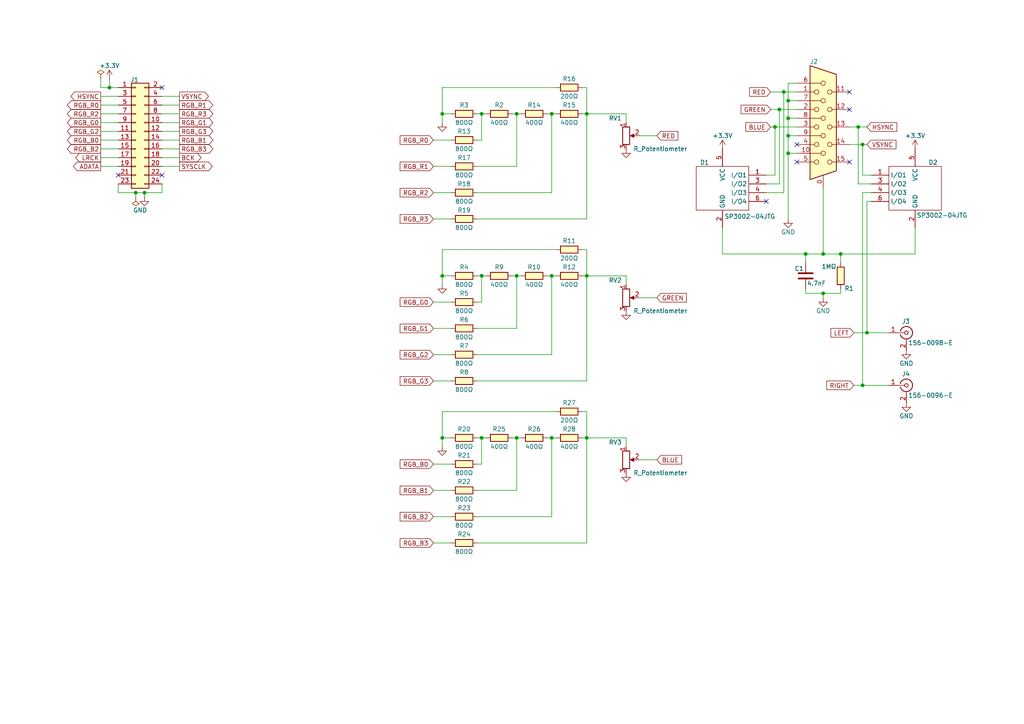
<source format=kicad_sch>
(kicad_sch (version 20231120) (generator "eeschema") (generator_version "8.0")
  (paper "A4")
  (lib_symbols
    (symbol "Connector:Conn_Coaxial" (pin_names (offset 1.016) hide)
      (property "Reference" "J" (at 0.254 3.048 0))
      (property "Value" "Conn_Coaxial" (at 2.921 0 90))
      (symbol "Conn_Coaxial_0_1"
        (arc (start -1.778 -0.508) (mid 0.2311 -1.8066) (end 1.778 0) (stroke (width 0.254)))
        (polyline (pts (xy -2.54 0) (xy -0.508 0)))
        (polyline (pts (xy 0 -2.54) (xy 0 -1.778)))
        (circle (center 0 0) (radius 0.508) (stroke (width 0.2032)))
        (arc (start 1.778 0) (mid 0.2099 1.8101) (end -1.778 0.508) (stroke (width 0.254)))
      )
      (symbol "Conn_Coaxial_1_1"
        (pin passive line (at -5.08 0 0) (length 2.54) (name "In") (number "1"))
        (pin passive line (at 0 -5.08 90) (length 2.54) (name "Ext") (number "2"))
      )
    )
    (symbol "Connector:DE15_Receptacle_HighDensity_MountingHoles" (pin_names (offset 1.016) hide)
      (property "Reference" "J" (at 0 21.59 0))
      (property "Value" "DE15_Receptacle_HighDensity_MountingHoles" (at 0 19.05 0))
      (symbol "DE15_Receptacle_HighDensity_MountingHoles_0_1"
        (circle (center -1.905 -10.16) (radius 0.635))
        (circle (center -1.905 -5.08) (radius 0.635))
        (circle (center -1.905 0) (radius 0.635))
        (circle (center -1.905 5.08) (radius 0.635))
        (circle (center -1.905 10.16) (radius 0.635))
        (circle (center 0 -7.62) (radius 0.635))
        (circle (center 0 -2.54) (radius 0.635))
        (polyline (pts (xy -3.175 7.62) (xy -0.635 7.62)))
        (polyline (pts (xy -0.635 -7.62) (xy -3.175 -7.62)))
        (polyline (pts (xy -0.635 -2.54) (xy -3.175 -2.54)))
        (polyline (pts (xy -0.635 2.54) (xy -3.175 2.54)))
        (polyline (pts (xy -0.635 12.7) (xy -3.175 12.7)))
        (polyline (pts (xy -3.81 17.78) (xy -3.81 -15.24) (xy 3.81 -12.7) (xy 3.81 15.24) (xy -3.81 17.78)) (stroke (width 0.254)) (fill (type background)))
        (circle (center 0 2.54) (radius 0.635))
        (circle (center 0 7.62) (radius 0.635))
        (circle (center 0 12.7) (radius 0.635))
        (circle (center 1.905 -10.16) (radius 0.635))
        (circle (center 1.905 -5.08) (radius 0.635))
        (circle (center 1.905 0) (radius 0.635))
        (circle (center 1.905 5.08) (radius 0.635))
        (circle (center 1.905 10.16) (radius 0.635))
      )
      (symbol "DE15_Receptacle_HighDensity_MountingHoles_1_1"
        (pin passive line (at 0 -17.78 90) (length 3.81) (name "~") (number "0"))
        (pin passive line (at -7.62 10.16 0) (length 5.08) (name "~") (number "1"))
        (pin passive line (at -7.62 -7.62 0) (length 5.08) (name "~") (number "10"))
        (pin passive line (at 7.62 10.16 180) (length 5.08) (name "~") (number "11"))
        (pin passive line (at 7.62 5.08 180) (length 5.08) (name "~") (number "12"))
        (pin passive line (at 7.62 0 180) (length 5.08) (name "~") (number "13"))
        (pin passive line (at 7.62 -5.08 180) (length 5.08) (name "~") (number "14"))
        (pin passive line (at 7.62 -10.16 180) (length 5.08) (name "~") (number "15"))
        (pin passive line (at -7.62 5.08 0) (length 5.08) (name "~") (number "2"))
        (pin passive line (at -7.62 0 0) (length 5.08) (name "~") (number "3"))
        (pin passive line (at -7.62 -5.08 0) (length 5.08) (name "~") (number "4"))
        (pin passive line (at -7.62 -10.16 0) (length 5.08) (name "~") (number "5"))
        (pin passive line (at -7.62 12.7 0) (length 5.08) (name "~") (number "6"))
        (pin passive line (at -7.62 7.62 0) (length 5.08) (name "~") (number "7"))
        (pin passive line (at -7.62 2.54 0) (length 5.08) (name "~") (number "8"))
        (pin passive line (at -7.62 -2.54 0) (length 5.08) (name "~") (number "9"))
      )
    )
    (symbol "Connector_Generic:Conn_02x12_Odd_Even" (pin_names (offset 1.016) hide)
      (property "Reference" "J" (at 1.27 15.24 0))
      (property "Value" "Conn_02x12_Odd_Even" (at 1.27 -17.78 0))
      (symbol "Conn_02x12_Odd_Even_1_1"
        (rectangle (start -1.27 -15.113) (end 0 -15.367) (stroke (width 0.1524)))
        (rectangle (start -1.27 -12.573) (end 0 -12.827) (stroke (width 0.1524)))
        (rectangle (start -1.27 -10.033) (end 0 -10.287) (stroke (width 0.1524)))
        (rectangle (start -1.27 -7.493) (end 0 -7.747) (stroke (width 0.1524)))
        (rectangle (start -1.27 -4.953) (end 0 -5.207) (stroke (width 0.1524)))
        (rectangle (start -1.27 -2.413) (end 0 -2.667) (stroke (width 0.1524)))
        (rectangle (start -1.27 0.127) (end 0 -0.127) (stroke (width 0.1524)))
        (rectangle (start -1.27 2.667) (end 0 2.413) (stroke (width 0.1524)))
        (rectangle (start -1.27 5.207) (end 0 4.953) (stroke (width 0.1524)))
        (rectangle (start -1.27 7.747) (end 0 7.493) (stroke (width 0.1524)))
        (rectangle (start -1.27 10.287) (end 0 10.033) (stroke (width 0.1524)))
        (rectangle (start -1.27 12.827) (end 0 12.573) (stroke (width 0.1524)))
        (rectangle (start -1.27 13.97) (end 3.81 -16.51) (stroke (width 0.254)) (fill (type background)))
        (rectangle (start 3.81 -15.113) (end 2.54 -15.367) (stroke (width 0.1524)))
        (rectangle (start 3.81 -12.573) (end 2.54 -12.827) (stroke (width 0.1524)))
        (rectangle (start 3.81 -10.033) (end 2.54 -10.287) (stroke (width 0.1524)))
        (rectangle (start 3.81 -7.493) (end 2.54 -7.747) (stroke (width 0.1524)))
        (rectangle (start 3.81 -4.953) (end 2.54 -5.207) (stroke (width 0.1524)))
        (rectangle (start 3.81 -2.413) (end 2.54 -2.667) (stroke (width 0.1524)))
        (rectangle (start 3.81 0.127) (end 2.54 -0.127) (stroke (width 0.1524)))
        (rectangle (start 3.81 2.667) (end 2.54 2.413) (stroke (width 0.1524)))
        (rectangle (start 3.81 5.207) (end 2.54 4.953) (stroke (width 0.1524)))
        (rectangle (start 3.81 7.747) (end 2.54 7.493) (stroke (width 0.1524)))
        (rectangle (start 3.81 10.287) (end 2.54 10.033) (stroke (width 0.1524)))
        (rectangle (start 3.81 12.827) (end 2.54 12.573) (stroke (width 0.1524)))
        (pin passive line (at -5.08 12.7 0) (length 3.81) (name "Pin_1") (number "1"))
        (pin passive line (at 7.62 2.54 180) (length 3.81) (name "Pin_10") (number "10"))
        (pin passive line (at -5.08 0 0) (length 3.81) (name "Pin_11") (number "11"))
        (pin passive line (at 7.62 0 180) (length 3.81) (name "Pin_12") (number "12"))
        (pin passive line (at -5.08 -2.54 0) (length 3.81) (name "Pin_13") (number "13"))
        (pin passive line (at 7.62 -2.54 180) (length 3.81) (name "Pin_14") (number "14"))
        (pin passive line (at -5.08 -5.08 0) (length 3.81) (name "Pin_15") (number "15"))
        (pin passive line (at 7.62 -5.08 180) (length 3.81) (name "Pin_16") (number "16"))
        (pin passive line (at -5.08 -7.62 0) (length 3.81) (name "Pin_17") (number "17"))
        (pin passive line (at 7.62 -7.62 180) (length 3.81) (name "Pin_18") (number "18"))
        (pin passive line (at -5.08 -10.16 0) (length 3.81) (name "Pin_19") (number "19"))
        (pin passive line (at 7.62 12.7 180) (length 3.81) (name "Pin_2") (number "2"))
        (pin passive line (at 7.62 -10.16 180) (length 3.81) (name "Pin_20") (number "20"))
        (pin passive line (at -5.08 -12.7 0) (length 3.81) (name "Pin_21") (number "21"))
        (pin passive line (at 7.62 -12.7 180) (length 3.81) (name "Pin_22") (number "22"))
        (pin passive line (at -5.08 -15.24 0) (length 3.81) (name "Pin_23") (number "23"))
        (pin passive line (at 7.62 -15.24 180) (length 3.81) (name "Pin_24") (number "24"))
        (pin passive line (at -5.08 10.16 0) (length 3.81) (name "Pin_3") (number "3"))
        (pin passive line (at 7.62 10.16 180) (length 3.81) (name "Pin_4") (number "4"))
        (pin passive line (at -5.08 7.62 0) (length 3.81) (name "Pin_5") (number "5"))
        (pin passive line (at 7.62 7.62 180) (length 3.81) (name "Pin_6") (number "6"))
        (pin passive line (at -5.08 5.08 0) (length 3.81) (name "Pin_7") (number "7"))
        (pin passive line (at 7.62 5.08 180) (length 3.81) (name "Pin_8") (number "8"))
        (pin passive line (at -5.08 2.54 0) (length 3.81) (name "Pin_9") (number "9"))
      )
    )
    (symbol "Device:C" (pin_numbers hide) (pin_names (offset 0.254))
      (property "Reference" "C" (at 0.635 2.54 0))
      (property "Value" "C" (at 0.635 -2.54 0))
      (symbol "C_0_1"
        (polyline (pts (xy -2.032 -0.762) (xy 2.032 -0.762)) (stroke (width 0.508)))
        (polyline (pts (xy -2.032 0.762) (xy 2.032 0.762)) (stroke (width 0.508)))
      )
      (symbol "C_1_1"
        (pin passive line (at 0 3.81 270) (length 2.794) (name "~") (number "1"))
        (pin passive line (at 0 -3.81 90) (length 2.794) (name "~") (number "2"))
      )
    )
    (symbol "Device:R" (pin_numbers hide) (pin_names (offset 0))
      (property "Reference" "R" (at 2.032 0 90))
      (property "Value" "R" (at 0 0 90))
      (symbol "R_1_1"
        (rectangle (start -1.016 2.54) (end 1.016 -2.54) (stroke (width 0.254)) (fill (type background)))
        (pin passive line (at 0 3.81 270) (length 1.27) (name "~") (number "1"))
        (pin passive line (at 0 -3.81 90) (length 1.27) (name "~") (number "2"))
      )
    )
    (symbol "Device:R_Potentiometer" (pin_names (offset 1.016) hide)
      (property "Reference" "RV" (at -4.445 0 90))
      (property "Value" "R_Potentiometer" (at -2.54 0 90))
      (symbol "R_Potentiometer_0_1"
        (polyline (pts (xy 2.54 0) (xy 1.524 0)))
        (polyline (pts (xy 1.143 0) (xy 2.286 0.508) (xy 2.286 -0.508) (xy 1.143 0)) (fill (type outline)))
        (rectangle (start 1.016 2.54) (end -1.016 -2.54) (stroke (width 0.254)))
      )
      (symbol "R_Potentiometer_1_1"
        (pin passive line (at 0 3.81 270) (length 1.27) (name "1") (number "1"))
        (pin passive line (at 3.81 0 180) (length 1.27) (name "2") (number "2"))
        (pin passive line (at 0 -3.81 90) (length 1.27) (name "3") (number "3"))
      )
    )
    (symbol "Sentinel 65X - Prototype 4 V2:SP3002-04JTG"
      (property "Reference" "D" (at 0.5281 0.7596 0))
      (property "Value" "SP3002-04JTG" (at 15.2292 -14.0415 0))
      (symbol "SP3002-04JTG_0_1"
        (rectangle (start 0 0) (end 15.24 -12.7))
      )
      (symbol "SP3002-04JTG_1_1"
        (pin passive line (at -5.08 -2.54 0) (length 5.08) (name "I/O1") (number "1"))
        (pin power_in line (at 7.62 -17.78 90) (length 5.08) (name "GND") (number "2"))
        (pin passive line (at -5.08 -5.08 0) (length 5.08) (name "I/O2") (number "3"))
        (pin passive line (at -5.08 -7.62 0) (length 5.08) (name "I/O3") (number "4"))
        (pin power_in line (at 7.62 5.08 270) (length 5.08) (name "VCC") (number "5"))
        (pin passive line (at -5.08 -10.16 0) (length 5.08) (name "I/O4") (number "6"))
      )
    )
    (symbol "power:+3.3V" (power) (pin_numbers hide) (pin_names (offset 0) hide)
      (property "Value" "+3.3V" (at 0 3.556 0))
      (symbol "+3.3V_0_1"
        (polyline (pts (xy -0.762 1.27) (xy 0 2.54)))
        (polyline (pts (xy 0 0) (xy 0 2.54)))
        (polyline (pts (xy 0 2.54) (xy 0.762 1.27)))
      )
      (symbol "+3.3V_1_1"
        (pin power_in line (at 0 0 90) (length 0) (name "~") (number "1"))
      )
    )
    (symbol "power:GND" (power) (pin_numbers hide) (pin_names (offset 0) hide)
      (property "Value" "GND" (at 0 -3.81 0))
      (symbol "GND_0_1"
        (polyline (pts (xy 0 0) (xy 0 -1.27) (xy 1.27 -1.27) (xy 0 -2.54) (xy -1.27 -1.27) (xy 0 -1.27)))
      )
      (symbol "GND_1_1"
        (pin power_in line (at 0 0 270) (length 0) (name "~") (number "1"))
      )
    )
    (symbol "power:PWR_FLAG" (power) (pin_numbers hide) (pin_names (offset 0) hide)
      (property "Value" "PWR_FLAG" (at 0 3.81 0))
      (symbol "PWR_FLAG_0_0"
        (pin power_out line (at 0 0 90) (length 0) (name "~") (number "1"))
      )
      (symbol "PWR_FLAG_1_1"
        (polyline (pts (xy 0 0) (xy 0 1.27) (xy -1.016 1.905) (xy 0 2.54) (xy 1.016 1.905) (xy 0 1.27)) (fill (type background)))
      )
    )
  )
  (junction (at 228.6 44.45))
  (junction (at 248.92 36.83))
  (junction (at 233.68 73.66))
  (junction (at 224.79 36.83))
  (junction (at 128.27 33.02))
  (junction (at 39.37 55.88))
  (junction (at 31.75 25.4))
  (junction (at 238.76 73.66))
  (junction (at 243.84 73.66))
  (junction (at 250.19 41.91))
  (junction (at 160.02 127))
  (junction (at 228.6 29.21))
  (junction (at 170.18 80.01))
  (junction (at 149.86 80.01))
  (junction (at 128.27 127))
  (junction (at 250.19 111.76))
  (junction (at 139.7 127))
  (junction (at 160.02 33.02))
  (junction (at 238.76 85.09))
  (junction (at 170.18 33.02))
  (junction (at 170.18 127))
  (junction (at 227.33 26.67))
  (junction (at 228.6 34.29))
  (junction (at 149.86 33.02))
  (junction (at 139.7 80.01))
  (junction (at 128.27 80.01))
  (junction (at 251.46 96.52))
  (junction (at 41.91 55.88))
  (junction (at 139.7 33.02))
  (junction (at 149.86 127))
  (junction (at 228.6 39.37))
  (junction (at 226.06 31.75))
  (junction (at 160.02 80.01))
  (no_connect (at 231.14 46.99))
  (no_connect (at 34.29 50.8))
  (no_connect (at 246.38 46.99))
  (no_connect (at 46.99 50.8))
  (no_connect (at 222.25 58.42))
  (no_connect (at 246.38 26.67))
  (no_connect (at 246.38 31.75))
  (no_connect (at 46.99 25.4))
  (no_connect (at 231.14 41.91))
  (wire (pts (xy 190.5 86.36) (xy 185.42 86.36)))
  (wire (pts (xy 160.02 80.01) (xy 158.75 80.01)))
  (wire (pts (xy 139.7 127) (xy 138.43 127)))
  (wire (pts (xy 238.76 85.09) (xy 243.84 85.09)))
  (wire (pts (xy 125.73 40.64) (xy 130.81 40.64)))
  (wire (pts (xy 29.21 33.02) (xy 34.29 33.02)))
  (wire (pts (xy 251.46 58.42) (xy 251.46 96.52)))
  (wire (pts (xy 170.18 25.4) (xy 170.18 33.02)))
  (wire (pts (xy 125.73 55.88) (xy 130.81 55.88)))
  (wire (pts (xy 222.25 55.88) (xy 227.33 55.88)))
  (wire (pts (xy 138.43 48.26) (xy 149.86 48.26)))
  (wire (pts (xy 125.73 102.87) (xy 130.81 102.87)))
  (wire (pts (xy 128.27 72.39) (xy 128.27 80.01)))
  (wire (pts (xy 168.91 33.02) (xy 170.18 33.02)))
  (wire (pts (xy 160.02 33.02) (xy 158.75 33.02)))
  (wire (pts (xy 226.06 31.75) (xy 226.06 53.34)))
  (wire (pts (xy 248.92 36.83) (xy 246.38 36.83)))
  (wire (pts (xy 138.43 95.25) (xy 149.86 95.25)))
  (wire (pts (xy 138.43 142.24) (xy 149.86 142.24)))
  (wire (pts (xy 209.55 66.04) (xy 209.55 73.66)))
  (wire (pts (xy 39.37 55.88) (xy 41.91 55.88)))
  (wire (pts (xy 181.61 80.01) (xy 181.61 82.55)))
  (wire (pts (xy 128.27 33.02) (xy 128.27 35.56)))
  (wire (pts (xy 125.73 110.49) (xy 130.81 110.49)))
  (wire (pts (xy 243.84 85.09) (xy 243.84 83.82)))
  (wire (pts (xy 128.27 127) (xy 130.81 127)))
  (wire (pts (xy 168.91 127) (xy 170.18 127)))
  (wire (pts (xy 251.46 96.52) (xy 257.81 96.52)))
  (wire (pts (xy 233.68 85.09) (xy 233.68 83.82)))
  (wire (pts (xy 138.43 87.63) (xy 139.7 87.63)))
  (wire (pts (xy 128.27 72.39) (xy 161.29 72.39)))
  (wire (pts (xy 128.27 119.38) (xy 161.29 119.38)))
  (wire (pts (xy 138.43 40.64) (xy 139.7 40.64)))
  (wire (pts (xy 46.99 48.26) (xy 52.07 48.26)))
  (wire (pts (xy 128.27 25.4) (xy 128.27 33.02)))
  (wire (pts (xy 46.99 45.72) (xy 52.07 45.72)))
  (wire (pts (xy 226.06 31.75) (xy 231.14 31.75)))
  (wire (pts (xy 46.99 30.48) (xy 52.07 30.48)))
  (wire (pts (xy 46.99 43.18) (xy 52.07 43.18)))
  (wire (pts (xy 125.73 87.63) (xy 130.81 87.63)))
  (wire (pts (xy 29.21 38.1) (xy 34.29 38.1)))
  (wire (pts (xy 227.33 26.67) (xy 227.33 55.88)))
  (wire (pts (xy 170.18 127) (xy 181.61 127)))
  (wire (pts (xy 128.27 80.01) (xy 128.27 82.55)))
  (wire (pts (xy 139.7 80.01) (xy 139.7 87.63)))
  (wire (pts (xy 41.91 57.15) (xy 41.91 55.88)))
  (wire (pts (xy 138.43 110.49) (xy 170.18 110.49)))
  (wire (pts (xy 125.73 142.24) (xy 130.81 142.24)))
  (wire (pts (xy 168.91 72.39) (xy 170.18 72.39)))
  (wire (pts (xy 250.19 50.8) (xy 252.73 50.8)))
  (wire (pts (xy 247.65 111.76) (xy 250.19 111.76)))
  (wire (pts (xy 223.52 26.67) (xy 227.33 26.67)))
  (wire (pts (xy 170.18 80.01) (xy 170.18 110.49)))
  (wire (pts (xy 228.6 34.29) (xy 228.6 39.37)))
  (wire (pts (xy 139.7 33.02) (xy 139.7 40.64)))
  (wire (pts (xy 228.6 24.13) (xy 228.6 29.21)))
  (wire (pts (xy 149.86 127) (xy 149.86 142.24)))
  (wire (pts (xy 41.91 55.88) (xy 46.99 55.88)))
  (wire (pts (xy 250.19 55.88) (xy 250.19 111.76)))
  (wire (pts (xy 148.59 127) (xy 149.86 127)))
  (wire (pts (xy 233.68 73.66) (xy 233.68 76.2)))
  (wire (pts (xy 170.18 127) (xy 170.18 157.48)))
  (wire (pts (xy 29.21 45.72) (xy 34.29 45.72)))
  (wire (pts (xy 250.19 111.76) (xy 257.81 111.76)))
  (wire (pts (xy 125.73 149.86) (xy 130.81 149.86)))
  (wire (pts (xy 138.43 55.88) (xy 160.02 55.88)))
  (wire (pts (xy 233.68 73.66) (xy 238.76 73.66)))
  (wire (pts (xy 29.21 48.26) (xy 34.29 48.26)))
  (wire (pts (xy 128.27 80.01) (xy 130.81 80.01)))
  (wire (pts (xy 190.5 133.35) (xy 185.42 133.35)))
  (wire (pts (xy 148.59 80.01) (xy 149.86 80.01)))
  (wire (pts (xy 248.92 53.34) (xy 252.73 53.34)))
  (wire (pts (xy 34.29 55.88) (xy 39.37 55.88)))
  (wire (pts (xy 222.25 53.34) (xy 226.06 53.34)))
  (wire (pts (xy 138.43 149.86) (xy 160.02 149.86)))
  (wire (pts (xy 39.37 55.88) (xy 39.37 57.15)))
  (wire (pts (xy 138.43 63.5) (xy 170.18 63.5)))
  (wire (pts (xy 228.6 39.37) (xy 231.14 39.37)))
  (wire (pts (xy 250.19 41.91) (xy 246.38 41.91)))
  (wire (pts (xy 161.29 80.01) (xy 160.02 80.01)))
  (wire (pts (xy 248.92 36.83) (xy 248.92 53.34)))
  (wire (pts (xy 29.21 40.64) (xy 34.29 40.64)))
  (wire (pts (xy 140.97 80.01) (xy 139.7 80.01)))
  (wire (pts (xy 238.76 54.61) (xy 238.76 73.66)))
  (wire (pts (xy 46.99 33.02) (xy 52.07 33.02)))
  (wire (pts (xy 149.86 33.02) (xy 149.86 48.26)))
  (wire (pts (xy 29.21 22.86) (xy 29.21 25.4)))
  (wire (pts (xy 170.18 119.38) (xy 170.18 127)))
  (wire (pts (xy 181.61 127) (xy 181.61 129.54)))
  (wire (pts (xy 139.7 80.01) (xy 138.43 80.01)))
  (wire (pts (xy 29.21 35.56) (xy 34.29 35.56)))
  (wire (pts (xy 160.02 33.02) (xy 160.02 55.88)))
  (wire (pts (xy 228.6 39.37) (xy 228.6 44.45)))
  (wire (pts (xy 238.76 85.09) (xy 238.76 86.36)))
  (wire (pts (xy 125.73 63.5) (xy 130.81 63.5)))
  (wire (pts (xy 228.6 44.45) (xy 231.14 44.45)))
  (wire (pts (xy 168.91 119.38) (xy 170.18 119.38)))
  (wire (pts (xy 160.02 127) (xy 160.02 149.86)))
  (wire (pts (xy 149.86 80.01) (xy 149.86 95.25)))
  (wire (pts (xy 29.21 43.18) (xy 34.29 43.18)))
  (wire (pts (xy 170.18 33.02) (xy 170.18 63.5)))
  (wire (pts (xy 170.18 80.01) (xy 181.61 80.01)))
  (wire (pts (xy 250.19 41.91) (xy 250.19 50.8)))
  (wire (pts (xy 140.97 127) (xy 139.7 127)))
  (wire (pts (xy 139.7 127) (xy 139.7 134.62)))
  (wire (pts (xy 128.27 25.4) (xy 161.29 25.4)))
  (wire (pts (xy 160.02 127) (xy 158.75 127)))
  (wire (pts (xy 138.43 157.48) (xy 170.18 157.48)))
  (wire (pts (xy 251.46 36.83) (xy 248.92 36.83)))
  (wire (pts (xy 265.43 66.04) (xy 265.43 73.66)))
  (wire (pts (xy 243.84 73.66) (xy 243.84 76.2)))
  (wire (pts (xy 181.61 33.02) (xy 181.61 35.56)))
  (wire (pts (xy 228.6 44.45) (xy 228.6 63.5)))
  (wire (pts (xy 149.86 127) (xy 151.13 127)))
  (wire (pts (xy 128.27 33.02) (xy 130.81 33.02)))
  (wire (pts (xy 238.76 73.66) (xy 243.84 73.66)))
  (wire (pts (xy 46.99 53.34) (xy 46.99 55.88)))
  (wire (pts (xy 160.02 80.01) (xy 160.02 102.87)))
  (wire (pts (xy 161.29 33.02) (xy 160.02 33.02)))
  (wire (pts (xy 222.25 50.8) (xy 224.79 50.8)))
  (wire (pts (xy 250.19 55.88) (xy 252.73 55.88)))
  (wire (pts (xy 227.33 26.67) (xy 231.14 26.67)))
  (wire (pts (xy 223.52 36.83) (xy 224.79 36.83)))
  (wire (pts (xy 209.55 73.66) (xy 233.68 73.66)))
  (wire (pts (xy 243.84 73.66) (xy 265.43 73.66)))
  (wire (pts (xy 228.6 29.21) (xy 231.14 29.21)))
  (wire (pts (xy 190.5 39.37) (xy 185.42 39.37)))
  (wire (pts (xy 125.73 48.26) (xy 130.81 48.26)))
  (wire (pts (xy 29.21 27.94) (xy 34.29 27.94)))
  (wire (pts (xy 125.73 95.25) (xy 130.81 95.25)))
  (wire (pts (xy 46.99 27.94) (xy 52.07 27.94)))
  (wire (pts (xy 46.99 38.1) (xy 52.07 38.1)))
  (wire (pts (xy 125.73 157.48) (xy 130.81 157.48)))
  (wire (pts (xy 128.27 127) (xy 128.27 129.54)))
  (wire (pts (xy 31.75 25.4) (xy 34.29 25.4)))
  (wire (pts (xy 29.21 25.4) (xy 31.75 25.4)))
  (wire (pts (xy 224.79 36.83) (xy 231.14 36.83)))
  (wire (pts (xy 139.7 33.02) (xy 138.43 33.02)))
  (wire (pts (xy 223.52 31.75) (xy 226.06 31.75)))
  (wire (pts (xy 125.73 134.62) (xy 130.81 134.62)))
  (wire (pts (xy 140.97 33.02) (xy 139.7 33.02)))
  (wire (pts (xy 29.21 30.48) (xy 34.29 30.48)))
  (wire (pts (xy 251.46 41.91) (xy 250.19 41.91)))
  (wire (pts (xy 168.91 80.01) (xy 170.18 80.01)))
  (wire (pts (xy 128.27 119.38) (xy 128.27 127)))
  (wire (pts (xy 251.46 58.42) (xy 252.73 58.42)))
  (wire (pts (xy 148.59 33.02) (xy 149.86 33.02)))
  (wire (pts (xy 34.29 53.34) (xy 34.29 55.88)))
  (wire (pts (xy 138.43 134.62) (xy 139.7 134.62)))
  (wire (pts (xy 228.6 34.29) (xy 231.14 34.29)))
  (wire (pts (xy 149.86 80.01) (xy 151.13 80.01)))
  (wire (pts (xy 149.86 33.02) (xy 151.13 33.02)))
  (wire (pts (xy 46.99 40.64) (xy 52.07 40.64)))
  (wire (pts (xy 228.6 24.13) (xy 231.14 24.13)))
  (wire (pts (xy 168.91 25.4) (xy 170.18 25.4)))
  (wire (pts (xy 170.18 33.02) (xy 181.61 33.02)))
  (wire (pts (xy 247.65 96.52) (xy 251.46 96.52)))
  (wire (pts (xy 31.75 22.86) (xy 31.75 25.4)))
  (wire (pts (xy 224.79 36.83) (xy 224.79 50.8)))
  (wire (pts (xy 170.18 72.39) (xy 170.18 80.01)))
  (wire (pts (xy 161.29 127) (xy 160.02 127)))
  (wire (pts (xy 228.6 29.21) (xy 228.6 34.29)))
  (wire (pts (xy 233.68 85.09) (xy 238.76 85.09)))
  (wire (pts (xy 138.43 102.87) (xy 160.02 102.87)))
  (wire (pts (xy 46.99 35.56) (xy 52.07 35.56)))
  (global_label "HSYNC" (shape input) (at 251.46 36.83 0) (property "Intersheetrefs" "${INTERSHEET_REFS}" (effects (hide yes))))
  (global_label "RGB_B1" (shape input) (at 125.73 142.24 180) (property "Intersheetrefs" "${INTERSHEET_REFS}" (effects (hide yes))))
  (global_label "RGB_G0" (shape output) (at 29.21 35.56 180) (property "Intersheetrefs" "${INTERSHEET_REFS}" (effects (hide yes))))
  (global_label "RGB_B0" (shape output) (at 29.21 40.64 180) (property "Intersheetrefs" "${INTERSHEET_REFS}" (effects (hide yes))))
  (global_label "RGB_G0" (shape input) (at 125.73 87.63 180) (property "Intersheetrefs" "${INTERSHEET_REFS}" (effects (hide yes))))
  (global_label "RGB_R3" (shape output) (at 52.07 33.02 0) (property "Intersheetrefs" "${INTERSHEET_REFS}" (effects (hide yes))))
  (global_label "RGB_G2" (shape output) (at 29.21 38.1 180) (property "Intersheetrefs" "${INTERSHEET_REFS}" (effects (hide yes))))
  (global_label "SYSCLK" (shape output) (at 52.07 48.26 0) (property "Intersheetrefs" "${INTERSHEET_REFS}" (effects (hide yes))))
  (global_label "RED" (shape input) (at 223.52 26.67 180) (property "Intersheetrefs" "${INTERSHEET_REFS}" (effects (hide yes))))
  (global_label "RED" (shape input) (at 190.5 39.37 0) (property "Intersheetrefs" "${INTERSHEET_REFS}" (effects (hide yes))))
  (global_label "BLUE" (shape input) (at 190.5 133.35 0) (property "Intersheetrefs" "${INTERSHEET_REFS}" (effects (hide yes))))
  (global_label "RGB_B1" (shape output) (at 52.07 40.64 0) (property "Intersheetrefs" "${INTERSHEET_REFS}" (effects (hide yes))))
  (global_label "RGB_R0" (shape output) (at 29.21 30.48 180) (property "Intersheetrefs" "${INTERSHEET_REFS}" (effects (hide yes))))
  (global_label "BLUE" (shape input) (at 223.52 36.83 180) (property "Intersheetrefs" "${INTERSHEET_REFS}" (effects (hide yes))))
  (global_label "ADATA" (shape output) (at 29.21 48.26 180) (property "Intersheetrefs" "${INTERSHEET_REFS}" (effects (hide yes))))
  (global_label "RGB_R2" (shape output) (at 29.21 33.02 180) (property "Intersheetrefs" "${INTERSHEET_REFS}" (effects (hide yes))))
  (global_label "BCK" (shape output) (at 52.07 45.72 0) (property "Intersheetrefs" "${INTERSHEET_REFS}" (effects (hide yes))))
  (global_label "LRCK" (shape output) (at 29.21 45.72 180) (property "Intersheetrefs" "${INTERSHEET_REFS}" (effects (hide yes))))
  (global_label "RGB_B0" (shape input) (at 125.73 134.62 180) (property "Intersheetrefs" "${INTERSHEET_REFS}" (effects (hide yes))))
  (global_label "VSYNC" (shape input) (at 251.46 41.91 0) (property "Intersheetrefs" "${INTERSHEET_REFS}" (effects (hide yes))))
  (global_label "RGB_G2" (shape input) (at 125.73 102.87 180) (property "Intersheetrefs" "${INTERSHEET_REFS}" (effects (hide yes))))
  (global_label "LEFT" (shape input) (at 247.65 96.52 180) (property "Intersheetrefs" "${INTERSHEET_REFS}" (effects (hide yes))))
  (global_label "RGB_B2" (shape output) (at 29.21 43.18 180) (property "Intersheetrefs" "${INTERSHEET_REFS}" (effects (hide yes))))
  (global_label "RGB_R2" (shape input) (at 125.73 55.88 180) (property "Intersheetrefs" "${INTERSHEET_REFS}" (effects (hide yes))))
  (global_label "RIGHT" (shape input) (at 247.65 111.76 180) (property "Intersheetrefs" "${INTERSHEET_REFS}" (effects (hide yes))))
  (global_label "GREEN" (shape input) (at 190.5 86.36 0) (property "Intersheetrefs" "${INTERSHEET_REFS}" (effects (hide yes))))
  (global_label "RGB_B3" (shape input) (at 125.73 157.48 180) (property "Intersheetrefs" "${INTERSHEET_REFS}" (effects (hide yes))))
  (global_label "RGB_B2" (shape input) (at 125.73 149.86 180) (property "Intersheetrefs" "${INTERSHEET_REFS}" (effects (hide yes))))
  (global_label "RGB_R1" (shape output) (at 52.07 30.48 0) (property "Intersheetrefs" "${INTERSHEET_REFS}" (effects (hide yes))))
  (global_label "RGB_R3" (shape input) (at 125.73 63.5 180) (property "Intersheetrefs" "${INTERSHEET_REFS}" (effects (hide yes))))
  (global_label "RGB_B3" (shape output) (at 52.07 43.18 0) (property "Intersheetrefs" "${INTERSHEET_REFS}" (effects (hide yes))))
  (global_label "GREEN" (shape input) (at 223.52 31.75 180) (property "Intersheetrefs" "${INTERSHEET_REFS}" (effects (hide yes))))
  (global_label "RGB_G1" (shape output) (at 52.07 35.56 0) (property "Intersheetrefs" "${INTERSHEET_REFS}" (effects (hide yes))))
  (global_label "HSYNC" (shape output) (at 29.21 27.94 180) (property "Intersheetrefs" "${INTERSHEET_REFS}" (effects (hide yes))))
  (global_label "RGB_R1" (shape input) (at 125.73 48.26 180) (property "Intersheetrefs" "${INTERSHEET_REFS}" (effects (hide yes))))
  (global_label "RGB_R0" (shape input) (at 125.73 40.64 180) (property "Intersheetrefs" "${INTERSHEET_REFS}" (effects (hide yes))))
  (global_label "RGB_G3" (shape input) (at 125.73 110.49 180) (property "Intersheetrefs" "${INTERSHEET_REFS}" (effects (hide yes))))
  (global_label "RGB_G1" (shape input) (at 125.73 95.25 180) (property "Intersheetrefs" "${INTERSHEET_REFS}" (effects (hide yes))))
  (global_label "RGB_G3" (shape output) (at 52.07 38.1 0) (property "Intersheetrefs" "${INTERSHEET_REFS}" (effects (hide yes))))
  (global_label "VSYNC" (shape output) (at 52.07 27.94 0) (property "Intersheetrefs" "${INTERSHEET_REFS}" (effects (hide yes))))
  (symbol (lib_id "Device:R_Potentiometer") (at 181.61 86.36 0) (unit 1)
    (property "Reference" "RV2" (at 180.34 81.2799 0) (effects (justify right)))
    (property "Value" "R_Potentiometer" (at 199.39 90.1699 0) (effects (justify right)))
    (property "Description" "Potentiometer" (effects (hide yes)))
  )
  (symbol (lib_id "power:+3.3V") (at 209.55 43.18 0) (unit 1)
    (property "Reference" "#PWR01" (effects (hide yes)))
    (property "Value" "+3.3V" (at 209.55 39.37 0))
    (property "Description" "Power symbol creates a global label with name \"+3.3V\"" (effects (hide yes)))
  )
  (symbol (lib_id "power:GND") (at 228.6 63.5 0) (unit 1)
    (property "Reference" "#PWR03" (effects (hide yes)))
    (property "Value" "GND" (at 228.6 67.31 0))
    (property "Description" "Power symbol creates a global label with name \"GND\" , ground" (effects (hide yes)))
  )
  (symbol (lib_id "power:GND") (at 41.91 57.15 0) (unit 1)
    (property "Reference" "#PWR07" (effects (hide yes)))
    (property "Value" "GND" (at 40.64 60.96 0))
    (property "Description" "Power symbol creates a global label with name \"GND\" , ground" (effects (hide yes)))
  )
  (symbol (lib_id "Connector:Conn_Coaxial") (at 262.89 111.76 0) (unit 1)
    (property "Reference" "J4" (at 261.5375 108.4615 0) (effects (justify left)))
    (property "Value" "156-0096-E" (at 263.4217 114.6806 0) (effects (justify left)))
    (property "Footprint" "SVGA & RCA Audio AV Board:Kobiconn 156-009X RCA Connector" (effects (hide yes)))
    (property "Datasheet" " ~" (effects (hide yes)))
    (property "Description" "coaxial connector (BNC, SMA, SMB, SMC, Cinch/RCA, LEMO, ...)" (effects (hide yes)))
    (property "Manufacturer" "Kobiconn" (effects (hide yes)))
    (property "Distributor" "Mouser" (effects (hide yes)))
    (property "Distributor Number" "156-0096-E " (effects (hide yes)))
  )
  (symbol (lib_id "Sentinel 65X - Prototype 4 V2:SP3002-04JTG") (at 257.81 48.26 0) (unit 1)
    (property "Reference" "D2" (at 269.2839 47.121 0) (effects (justify left)))
    (property "Value" "SP3002-04JTG" (at 265.8815 62.4622 0) (effects (justify left)))
    (property "Footprint" "Package_TO_SOT_SMD:SOT-363_SC-70-6" (effects (hide yes)))
    (property "Datasheet" "https://www.mouser.ca/datasheet/2/240/media-3322885.pdf" (effects (hide yes)))
    (property "Description" "Low Capacitance ESD Protection" (effects (hide yes)))
  )
  (symbol (lib_id "Device:R") (at 165.1 127 90) (unit 1)
    (property "Reference" "R28" (at 165.1 124.46 90))
    (property "Value" "400Ω" (at 165.1 129.54 90))
    (property "Footprint" "Resistor_SMD:R_0402_1005Metric" (effects (hide yes)))
    (property "Description" "Resistor" (effects (hide yes)))
  )
  (symbol (lib_id "Device:R") (at 154.94 80.01 90) (unit 1)
    (property "Reference" "R10" (at 154.94 77.47 90))
    (property "Value" "400Ω" (at 154.94 82.55 90))
    (property "Footprint" "Resistor_SMD:R_0402_1005Metric" (effects (hide yes)))
    (property "Description" "Resistor" (effects (hide yes)))
  )
  (symbol (lib_id "Device:R") (at 134.62 33.02 90) (unit 1)
    (property "Reference" "R3" (at 134.62 30.48 90))
    (property "Value" "800Ω" (at 134.62 35.56 90))
    (property "Footprint" "Resistor_SMD:R_0402_1005Metric" (effects (hide yes)))
    (property "Description" "Resistor" (effects (hide yes)))
  )
  (symbol (lib_id "Device:R") (at 134.62 40.64 90) (unit 1)
    (property "Reference" "R13" (at 134.62 38.1 90))
    (property "Value" "800Ω" (at 134.62 43.18 90))
    (property "Footprint" "Resistor_SMD:R_0402_1005Metric" (effects (hide yes)))
    (property "Description" "Resistor" (effects (hide yes)))
  )
  (symbol (lib_id "Connector:Conn_Coaxial") (at 262.89 96.52 0) (unit 1)
    (property "Reference" "J3" (at 261.5375 93.2215 0) (effects (justify left)))
    (property "Value" "156-0098-E" (at 263.4217 99.4406 0) (effects (justify left)))
    (property "Footprint" "SVGA & RCA Audio AV Board:Kobiconn 156-009X RCA Connector" (effects (hide yes)))
    (property "Datasheet" " ~" (effects (hide yes)))
    (property "Description" "coaxial connector (BNC, SMA, SMB, SMC, Cinch/RCA, LEMO, ...)" (effects (hide yes)))
    (property "Manufacturer" "Kobiconn" (effects (hide yes)))
    (property "Distributor" "Mouser" (effects (hide yes)))
    (property "Distributor Number" "156-0098-E" (effects (hide yes)))
  )
  (symbol (lib_id "Device:R") (at 134.62 142.24 90) (unit 1)
    (property "Reference" "R22" (at 134.62 139.7 90))
    (property "Value" "800Ω" (at 134.62 144.78 90))
    (property "Footprint" "Resistor_SMD:R_0402_1005Metric" (effects (hide yes)))
    (property "Description" "Resistor" (effects (hide yes)))
  )
  (symbol (lib_id "Device:R") (at 165.1 72.39 90) (unit 1)
    (property "Reference" "R11" (at 165.1 69.85 90))
    (property "Value" "200Ω" (at 165.1 74.93 90))
    (property "Footprint" "Resistor_SMD:R_0402_1005Metric" (effects (hide yes)))
    (property "Description" "Resistor" (effects (hide yes)))
  )
  (symbol (lib_id "Device:R") (at 134.62 80.01 90) (unit 1)
    (property "Reference" "R4" (at 134.62 77.47 90))
    (property "Value" "800Ω" (at 134.62 82.55 90))
    (property "Footprint" "Resistor_SMD:R_0402_1005Metric" (effects (hide yes)))
    (property "Description" "Resistor" (effects (hide yes)))
  )
  (symbol (lib_id "power:+3.3V") (at 265.43 43.18 0) (mirror y) (unit 1)
    (property "Reference" "#PWR05" (effects (hide yes)))
    (property "Value" "+3.3V" (at 265.43 39.37 0))
    (property "Description" "Power symbol creates a global label with name \"+3.3V\"" (effects (hide yes)))
  )
  (symbol (lib_id "Device:R") (at 134.62 127 90) (unit 1)
    (property "Reference" "R20" (at 134.62 124.46 90))
    (property "Value" "800Ω" (at 134.62 129.54 90))
    (property "Footprint" "Resistor_SMD:R_0402_1005Metric" (effects (hide yes)))
    (property "Description" "Resistor" (effects (hide yes)))
  )
  (symbol (lib_id "Device:R_Potentiometer") (at 181.61 133.35 0) (unit 1)
    (property "Reference" "RV3" (at 180.34 128.2699 0) (effects (justify right)))
    (property "Value" "R_Potentiometer" (at 199.39 137.1599 0) (effects (justify right)))
    (property "Description" "Potentiometer" (effects (hide yes)))
  )
  (symbol (lib_id "power:GND") (at 238.76 86.36 0) (unit 1)
    (property "Reference" "#PWR02" (effects (hide yes)))
    (property "Value" "GND" (at 238.76 90.17 0))
    (property "Description" "Power symbol creates a global label with name \"GND\" , ground" (effects (hide yes)))
  )
  (symbol (lib_id "Device:R") (at 144.78 80.01 90) (unit 1)
    (property "Reference" "R9" (at 144.78 77.47 90))
    (property "Value" "400Ω" (at 144.78 82.55 90))
    (property "Footprint" "Resistor_SMD:R_0402_1005Metric" (effects (hide yes)))
    (property "Description" "Resistor" (effects (hide yes)))
  )
  (symbol (lib_id "Device:R") (at 243.84 80.01 180) (unit 1)
    (property "Reference" "R1" (at 246.2761 83.6562 0))
    (property "Value" "1MΩ" (at 240.4337 77.314 0))
    (property "Footprint" "Resistor_SMD:R_0402_1005Metric" (effects (hide yes)))
    (property "Description" "Resistor" (effects (hide yes)))
  )
  (symbol (lib_id "Device:R") (at 134.62 95.25 90) (unit 1)
    (property "Reference" "R6" (at 134.62 92.71 90))
    (property "Value" "800Ω" (at 134.62 97.79 90))
    (property "Footprint" "Resistor_SMD:R_0402_1005Metric" (effects (hide yes)))
    (property "Description" "Resistor" (effects (hide yes)))
  )
  (symbol (lib_id "Device:R") (at 134.62 110.49 90) (unit 1)
    (property "Reference" "R8" (at 134.62 107.95 90))
    (property "Value" "800Ω" (at 134.62 113.03 90))
    (property "Footprint" "Resistor_SMD:R_0402_1005Metric" (effects (hide yes)))
    (property "Description" "Resistor" (effects (hide yes)))
  )
  (symbol (lib_id "power:PWR_FLAG") (at 39.37 57.15 180) (unit 1)
    (property "Reference" "#FLG02" (effects (hide yes)))
    (property "Value" "PWR_FLAG" (effects (hide yes)))
    (property "Description" "Special symbol for telling ERC where power comes from" (effects (hide yes)))
  )
  (symbol (lib_id "Device:R") (at 144.78 33.02 90) (unit 1)
    (property "Reference" "R2" (at 144.78 30.48 90))
    (property "Value" "400Ω" (at 144.78 35.56 90))
    (property "Footprint" "Resistor_SMD:R_0402_1005Metric" (effects (hide yes)))
    (property "Description" "Resistor" (effects (hide yes)))
  )
  (symbol (lib_id "Device:R") (at 165.1 80.01 90) (unit 1)
    (property "Reference" "R12" (at 165.1 77.47 90))
    (property "Value" "400Ω" (at 165.1 82.55 90))
    (property "Footprint" "Resistor_SMD:R_0402_1005Metric" (effects (hide yes)))
    (property "Description" "Resistor" (effects (hide yes)))
  )
  (symbol (lib_id "Device:R") (at 165.1 33.02 90) (unit 1)
    (property "Reference" "R15" (at 165.1 30.48 90))
    (property "Value" "400Ω" (at 165.1 35.56 90))
    (property "Footprint" "Resistor_SMD:R_0402_1005Metric" (effects (hide yes)))
    (property "Description" "Resistor" (effects (hide yes)))
  )
  (symbol (lib_id "Device:R") (at 134.62 102.87 90) (unit 1)
    (property "Reference" "R7" (at 134.62 100.33 90))
    (property "Value" "800Ω" (at 134.62 105.41 90))
    (property "Footprint" "Resistor_SMD:R_0402_1005Metric" (effects (hide yes)))
    (property "Description" "Resistor" (effects (hide yes)))
  )
  (symbol (lib_id "power:GND") (at 262.89 116.84 0) (unit 1)
    (property "Reference" "#PWR08" (effects (hide yes)))
    (property "Value" "GND" (at 262.89 120.65 0))
    (property "Description" "Power symbol creates a global label with name \"GND\" , ground" (effects (hide yes)))
  )
  (symbol (lib_id "Device:R") (at 134.62 134.62 90) (unit 1)
    (property "Reference" "R21" (at 134.62 132.08 90))
    (property "Value" "800Ω" (at 134.62 137.16 90))
    (property "Footprint" "Resistor_SMD:R_0402_1005Metric" (effects (hide yes)))
    (property "Description" "Resistor" (effects (hide yes)))
  )
  (symbol (lib_id "power:GND") (at 128.27 129.54 0) (unit 1)
    (property "Reference" "#PWR010" (effects (hide yes)))
    (property "Value" "GND" (effects (hide yes)))
    (property "Description" "Power symbol creates a global label with name \"GND\" , ground" (effects (hide yes)))
  )
  (symbol (lib_id "Connector:DE15_Receptacle_HighDensity_MountingHoles") (at 238.76 36.83 0) (unit 1)
    (property "Reference" "J2" (at 236.0653 17.8827 0))
    (property "Value" "DE15_Receptacle_HighDensity_MountingHoles" (effects (hide yes)))
    (property "Footprint" "Connector_Dsub:DSUB-15-HD_Female_Horizontal_P2.29x1.98mm_EdgePinOffset3.03mm_Housed_MountingHolesOffset4.94mm" (effects (hide yes)))
    (property "Datasheet" " ~" (effects (hide yes)))
    (property "Description" "15-pin female receptacle socket D-SUB connector, High density (3 columns), Triple Row, Generic, VGA-connector, Mounting Hole" (effects (hide yes)))
  )
  (symbol (lib_id "Device:C") (at 233.68 80.01 180) (unit 1)
    (property "Reference" "C1" (at 233.1393 77.9019 0) (effects (justify left)))
    (property "Value" "4.7nF" (at 239.5366 82.1981 0) (effects (justify left)))
    (property "Footprint" "Capacitor_SMD:C_0402_1005Metric" (effects (hide yes)))
    (property "Description" "Unpolarized capacitor" (effects (hide yes)))
  )
  (symbol (lib_id "Device:R_Potentiometer") (at 181.61 39.37 0) (unit 1)
    (property "Reference" "RV1" (at 180.34 34.2899 0) (effects (justify right)))
    (property "Value" "R_Potentiometer" (at 199.39 43.1799 0) (effects (justify right)))
    (property "Description" "Potentiometer" (effects (hide yes)))
  )
  (symbol (lib_id "Device:R") (at 134.62 63.5 90) (unit 1)
    (property "Reference" "R19" (at 134.62 60.96 90))
    (property "Value" "800Ω" (at 134.62 66.04 90))
    (property "Footprint" "Resistor_SMD:R_0402_1005Metric" (effects (hide yes)))
    (property "Description" "Resistor" (effects (hide yes)))
  )
  (symbol (lib_id "power:GND") (at 262.89 101.6 0) (unit 1)
    (property "Reference" "#PWR06" (effects (hide yes)))
    (property "Value" "GND" (at 262.89 105.41 0))
    (property "Description" "Power symbol creates a global label with name \"GND\" , ground" (effects (hide yes)))
  )
  (symbol (lib_id "Device:R") (at 134.62 149.86 90) (unit 1)
    (property "Reference" "R23" (at 134.62 147.32 90))
    (property "Value" "800Ω" (at 134.62 152.4 90))
    (property "Footprint" "Resistor_SMD:R_0402_1005Metric" (effects (hide yes)))
    (property "Description" "Resistor" (effects (hide yes)))
  )
  (symbol (lib_id "power:GND") (at 181.61 43.18 0) (unit 1)
    (property "Reference" "#PWR011" (effects (hide yes)))
    (property "Value" "GND" (effects (hide yes)))
    (property "Description" "Power symbol creates a global label with name \"GND\" , ground" (effects (hide yes)))
  )
  (symbol (lib_id "Device:R") (at 134.62 157.48 90) (unit 1)
    (property "Reference" "R24" (at 134.62 154.94 90))
    (property "Value" "800Ω" (at 134.62 160.02 90))
    (property "Footprint" "Resistor_SMD:R_0402_1005Metric" (effects (hide yes)))
    (property "Description" "Resistor" (effects (hide yes)))
  )
  (symbol (lib_id "power:GND") (at 128.27 82.55 0) (unit 1)
    (property "Reference" "#PWR09" (effects (hide yes)))
    (property "Value" "GND" (effects (hide yes)))
    (property "Description" "Power symbol creates a global label with name \"GND\" , ground" (effects (hide yes)))
  )
  (symbol (lib_id "Sentinel 65X - Prototype 4 V2:SP3002-04JTG") (at 217.17 48.26 0) (mirror y) (unit 1)
    (property "Reference" "D1" (at 205.6961 47.121 0) (effects (justify left)))
    (property "Value" "SP3002-04JTG" (at 224.8751 62.7877 0) (effects (justify left)))
    (property "Footprint" "Package_TO_SOT_SMD:SOT-363_SC-70-6" (effects (hide yes)))
    (property "Datasheet" "https://www.mouser.ca/datasheet/2/240/media-3322885.pdf" (effects (hide yes)))
    (property "Description" "Low Capacitance ESD Protection" (effects (hide yes)))
  )
  (symbol (lib_id "power:+3.3V") (at 31.75 22.86 0) (unit 1)
    (property "Reference" "#PWR04" (effects (hide yes)))
    (property "Value" "+3.3V" (at 31.75 19.05 0))
    (property "Description" "Power symbol creates a global label with name \"+3.3V\"" (effects (hide yes)))
  )
  (symbol (lib_id "power:GND") (at 181.61 137.16 0) (unit 1)
    (property "Reference" "#PWR014" (effects (hide yes)))
    (property "Value" "GND" (effects (hide yes)))
    (property "Description" "Power symbol creates a global label with name \"GND\" , ground" (effects (hide yes)))
  )
  (symbol (lib_id "power:PWR_FLAG") (at 29.21 22.86 0) (unit 1)
    (property "Reference" "#FLG01" (effects (hide yes)))
    (property "Value" "PWR_FLAG" (effects (hide yes)))
    (property "Description" "Special symbol for telling ERC where power comes from" (effects (hide yes)))
  )
  (symbol (lib_id "Device:R") (at 134.62 48.26 90) (unit 1)
    (property "Reference" "R17" (at 134.62 45.72 90))
    (property "Value" "800Ω" (at 134.62 50.8 90))
    (property "Footprint" "Resistor_SMD:R_0402_1005Metric" (effects (hide yes)))
    (property "Description" "Resistor" (effects (hide yes)))
  )
  (symbol (lib_id "Device:R") (at 134.62 87.63 90) (unit 1)
    (property "Reference" "R5" (at 134.62 85.09 90))
    (property "Value" "800Ω" (at 134.62 90.17 90))
    (property "Footprint" "Resistor_SMD:R_0402_1005Metric" (effects (hide yes)))
    (property "Description" "Resistor" (effects (hide yes)))
  )
  (symbol (lib_id "Connector_Generic:Conn_02x12_Odd_Even") (at 39.37 38.1 0) (unit 1)
    (property "Reference" "J1" (at 39.0432 23.1466 0))
    (property "Value" "Conn_02x12_Odd_Even" (effects (hide yes)))
    (property "Footprint" "Connector_IDC:IDC-Header_2x12_P2.54mm_Vertical" (effects (hide yes)))
    (property "Description" "Generic connector, double row, 02x12, odd/even pin numbering scheme (row 1 odd numbers, row 2 even numbers), script generated (kicad-library-utils/schlib/autogen/connector/)" (effects (hide yes)))
  )
  (symbol (lib_id "Device:R") (at 144.78 127 90) (unit 1)
    (property "Reference" "R25" (at 144.78 124.46 90))
    (property "Value" "400Ω" (at 144.78 129.54 90))
    (property "Footprint" "Resistor_SMD:R_0402_1005Metric" (effects (hide yes)))
    (property "Description" "Resistor" (effects (hide yes)))
  )
  (symbol (lib_id "Device:R") (at 154.94 127 90) (unit 1)
    (property "Reference" "R26" (at 154.94 124.46 90))
    (property "Value" "400Ω" (at 154.94 129.54 90))
    (property "Footprint" "Resistor_SMD:R_0402_1005Metric" (effects (hide yes)))
    (property "Description" "Resistor" (effects (hide yes)))
  )
  (symbol (lib_id "power:GND") (at 128.27 35.56 0) (unit 1)
    (property "Reference" "#PWR012" (effects (hide yes)))
    (property "Value" "GND" (effects (hide yes)))
    (property "Description" "Power symbol creates a global label with name \"GND\" , ground" (effects (hide yes)))
  )
  (symbol (lib_id "Device:R") (at 165.1 25.4 90) (unit 1)
    (property "Reference" "R16" (at 165.1 22.86 90))
    (property "Value" "200Ω" (at 165.1 27.94 90))
    (property "Footprint" "Resistor_SMD:R_0402_1005Metric" (effects (hide yes)))
    (property "Description" "Resistor" (effects (hide yes)))
  )
  (symbol (lib_id "Device:R") (at 165.1 119.38 90) (unit 1)
    (property "Reference" "R27" (at 165.1 116.84 90))
    (property "Value" "200Ω" (at 165.1 121.92 90))
    (property "Footprint" "Resistor_SMD:R_0402_1005Metric" (effects (hide yes)))
    (property "Description" "Resistor" (effects (hide yes)))
  )
  (symbol (lib_id "Device:R") (at 154.94 33.02 90) (unit 1)
    (property "Reference" "R14" (at 154.94 30.48 90))
    (property "Value" "400Ω" (at 154.94 35.56 90))
    (property "Footprint" "Resistor_SMD:R_0402_1005Metric" (effects (hide yes)))
    (property "Description" "Resistor" (effects (hide yes)))
  )
  (symbol (lib_id "Device:R") (at 134.62 55.88 90) (unit 1)
    (property "Reference" "R18" (at 134.62 53.34 90))
    (property "Value" "800Ω" (at 134.62 58.42 90))
    (property "Footprint" "Resistor_SMD:R_0402_1005Metric" (effects (hide yes)))
    (property "Description" "Resistor" (effects (hide yes)))
  )
  (symbol (lib_id "power:GND") (at 181.61 90.17 0) (unit 1)
    (property "Reference" "#PWR013" (effects (hide yes)))
    (property "Value" "GND" (effects (hide yes)))
    (property "Description" "Power symbol creates a global label with name \"GND\" , ground" (effects (hide yes)))
  )
)
</source>
